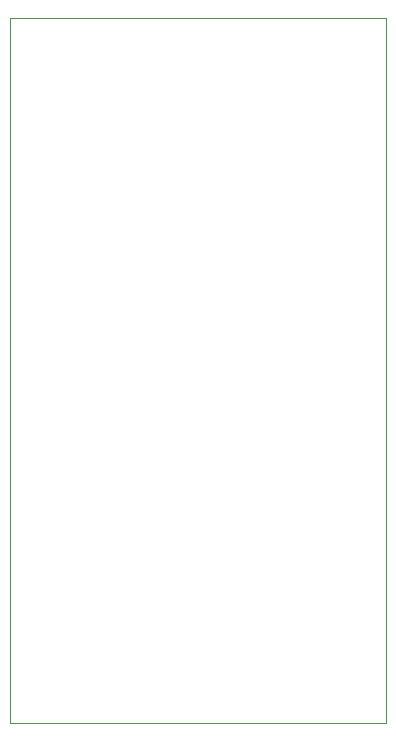
<source format=gbr>
%TF.GenerationSoftware,KiCad,Pcbnew,8.0.0-8.0.0-1~ubuntu22.04.1*%
%TF.CreationDate,2024-03-03T19:53:44+01:00*%
%TF.ProjectId,spi65,73706936-352e-46b6-9963-61645f706362,rev?*%
%TF.SameCoordinates,Original*%
%TF.FileFunction,Profile,NP*%
%FSLAX46Y46*%
G04 Gerber Fmt 4.6, Leading zero omitted, Abs format (unit mm)*
G04 Created by KiCad (PCBNEW 8.0.0-8.0.0-1~ubuntu22.04.1) date 2024-03-03 19:53:44*
%MOMM*%
%LPD*%
G01*
G04 APERTURE LIST*
%TA.AperFunction,Profile*%
%ADD10C,0.050000*%
%TD*%
G04 APERTURE END LIST*
D10*
X101600000Y-49530000D02*
X133477000Y-49530000D01*
X133477000Y-109220000D01*
X101600000Y-109220000D01*
X101600000Y-49530000D01*
M02*

</source>
